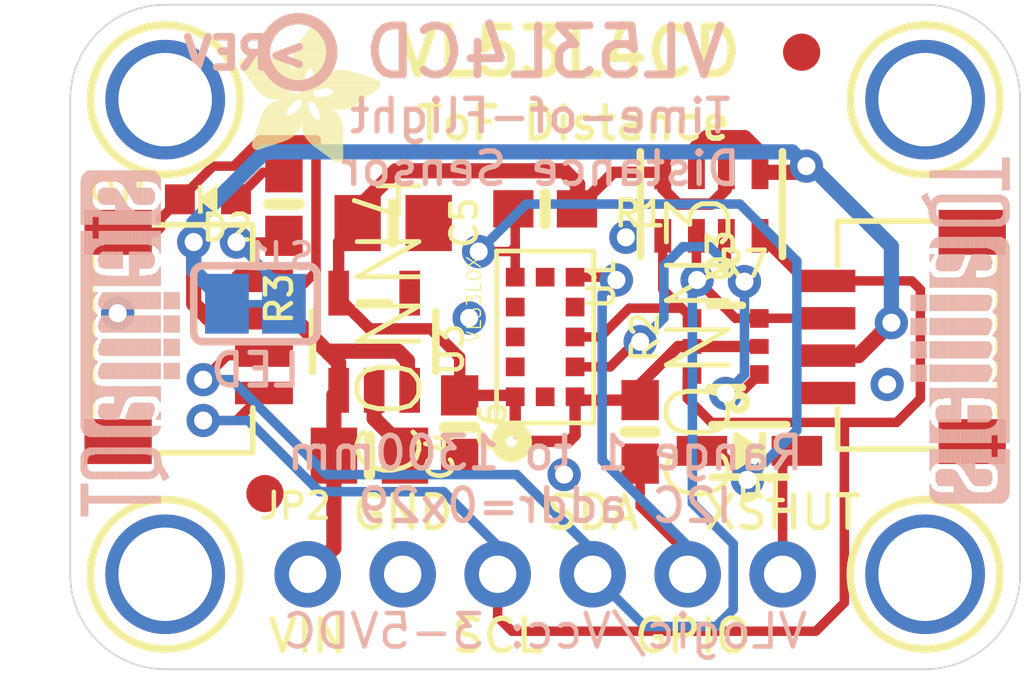
<source format=kicad_pcb>
(kicad_pcb (version 20211014) (generator pcbnew)
  (layers (0 "F.Cu" signal) (31 "B.Cu" signal) (34 "B.Paste" user) (35 "F.Paste" user) (36 "B.SilkS" user "B.Silkscreen") (37 "F.SilkS" user "F.Silkscreen") (38 "B.Mask" user) (39 "F.Mask" user) (44 "Edge.Cuts" user))
  (net 0 "")
  (net 1 "SDA")
  (net 2 "SCL")
  (net 3 "GND")
  (net 4 "GPIO")
  (net 5 "XSHUT")
  (net 6 "XSHUT_2.8V")
  (net 7 "2.8V")
  (net 8 "SCL_3V")
  (net 9 "SDA_3V")
  (net 10 "VCC")
  (net 11 "N$1")
  (net 12 "N$2")
  (footprint "boardEagle:SOD-323" (layer "F.Cu") (at 153.9621 108.0516 180)
    (fp_text reference "D1" (at -1.1 -1) (layer "F.SilkS") (effects (font (size 0.692831 0.692831) (thickness 0.119969)) (justify right)))
    (fp_text value "1N4148")
    (pad "A" smd rect (at 1.27 0 180) (size 1.35 0.8) (layers "F.Cu" "F.Paste" "F.Mask") (net 6 "XSHUT_2.8V"))
    (pad "C" smd rect (at -1.27 0 180) (size 1.35 0.8) (layers "F.Cu" "F.Paste" "F.Mask") (net 5 "XSHUT"))
  )
  (footprint "boardEagle:0603-NO" (layer "F.Cu") (at 141.5161 101.4476 -90)
    (fp_text reference "R3" (at 1.778 0.127 90) (layer "F.SilkS") (effects (font (size 0.692831 0.692831) (thickness 0.119969)) (justify right)))
    (fp_text value "10K")
    (pad "1" smd rect (at -0.85 0 270) (size 1.075 1) (layers "F.Cu" "F.Paste" "F.Mask") (net 11 "N$1"))
    (pad "2" smd rect (at 0.85 0 270) (size 1.075 1) (layers "F.Cu" "F.Paste" "F.Mask") (net 12 "N$2"))
  )
  (footprint "boardEagle:1X06_ROUND_70" (layer "F.Cu") (at 148.5011 111.3536)
    (fp_text reference "JP2" (at -7.6962 -1.8288) (layer "F.SilkS") (effects (font (size 0.692831 0.692831) (thickness 0.119969)) (justify left)))
    (fp_text value "")
    (pad "1" thru_hole circle (at -6.35 0 90) (size 1.778 1.778) (drill 1) (layers *.Cu *.Mask) (net 10 "VCC"))
    (pad "2" thru_hole circle (at -3.81 0 90) (size 1.778 1.778) (drill 1) (layers *.Cu *.Mask) (net 3 "GND"))
    (pad "3" thru_hole circle (at -1.27 0 90) (size 1.778 1.778) (drill 1) (layers *.Cu *.Mask) (net 2 "SCL"))
    (pad "4" thru_hole circle (at 1.27 0 90) (size 1.778 1.778) (drill 1) (layers *.Cu *.Mask) (net 1 "SDA"))
    (pad "5" thru_hole circle (at 3.81 0 90) (size 1.778 1.778) (drill 1) (layers *.Cu *.Mask) (net 4 "GPIO"))
    (pad "6" thru_hole circle (at 6.35 0 90) (size 1.778 1.778) (drill 1) (layers *.Cu *.Mask) (net 5 "XSHUT"))
  )
  (footprint "boardEagle:FIDUCIAL_1MM" (layer "F.Cu") (at 155.3591 97.3836)
    (fp_text reference "FID4" hide)
    (fp_text value "FIDUCIAL_1MM" hide)
    (pad "1" smd roundrect (at 0 0) (size 1 1) (layers "F.Cu" "F.Mask") (roundrect_rratio 0.5))
  )
  (footprint "boardEagle:RESPACK_4X0603" (layer "F.Cu") (at 152.9461 101.4476 180)
    (fp_text reference "R7" (at -1.6 -1.6) (layer "F.SilkS") (effects (font (size 0.692831 0.692831) (thickness 0.119969)) (justify right)))
    (fp_text value "10K")
    (pad "1" smd rect (at -1.3 0.85 180) (size 0.45 0.9) (layers "F.Cu" "F.Paste" "F.Mask") (net 10 "VCC"))
    (pad "2" smd rect (at -0.4 0.85 180) (size 0.45 0.9) (layers "F.Cu" "F.Paste" "F.Mask") (net 7 "2.8V"))
    (pad "3" smd rect (at 0.4 0.85 180) (size 0.45 0.9) (layers "F.Cu" "F.Paste" "F.Mask") (net 10 "VCC"))
    (pad "4" smd rect (at 1.3 0.85 180) (size 0.45 0.9) (layers "F.Cu" "F.Paste" "F.Mask") (net 7 "2.8V"))
    (pad "5" smd rect (at 1.3 -0.85 180) (size 0.45 0.9) (layers "F.Cu" "F.Paste" "F.Mask") (net 9 "SDA_3V"))
    (pad "6" smd rect (at 0.4 -0.85 180) (size 0.45 0.9) (layers "F.Cu" "F.Paste" "F.Mask") (net 1 "SDA"))
    (pad "7" smd rect (at -0.4 -0.85 180) (size 0.45 0.9) (layers "F.Cu" "F.Paste" "F.Mask") (net 8 "SCL_3V"))
    (pad "8" smd rect (at -1.3 -0.85 180) (size 0.45 0.9) (layers "F.Cu" "F.Paste" "F.Mask") (net 2 "SCL"))
  )
  (footprint "boardEagle:CHIPLED_0603_NOOUTLINE" (layer "F.Cu") (at 139.4841 101.3206 90)
    (fp_text reference "D2" (at -0.762 1.27) (layer "F.SilkS") (effects (font (size 0.692831 0.692831) (thickness 0.119969)) (justify right)))
    (fp_text value "GREEN")
    (pad "A" smd rect (at 0 0.75 90) (size 0.8 0.8) (layers "F.Cu" "F.Paste" "F.Mask") (net 11 "N$1"))
    (pad "C" smd rect (at 0 -0.75 90) (size 0.8 0.8) (layers "F.Cu" "F.Paste" "F.Mask") (net 3 "GND"))
  )
  (footprint "boardEagle:LGA12_ST" (layer "F.Cu") (at 148.5011 105.0036 -90)
    (fp_text reference "U1" (at -2.2 -1.5 90) (layer "F.SilkS") (effects (font (size 0.692831 0.692831) (thickness 0.119969)) (justify right)))
    (fp_text value "VL53L0X" (at -2.2 1.9 90) (layer "F.SilkS") (effects (font (size 0.369824 0.369824) (thickness 0.036576)) (justify right)))
    (pad "1" smd rect (at 1.6 0.8 270) (size 0.5 0.5) (layers "F.Cu" "F.Paste" "F.Mask") (net 7 "2.8V"))
    (pad "2" smd rect (at 0.8 0.8 270) (size 0.5 0.5) (layers "F.Cu" "F.Paste" "F.Mask") (net 3 "GND"))
    (pad "3" smd rect (at 0 0.8 270) (size 0.5 0.5) (layers "F.Cu" "F.Paste" "F.Mask") (net 3 "GND"))
    (pad "4" smd rect (at -0.8 0.8 270) (size 0.5 0.5) (layers "F.Cu" "F.Paste" "F.Mask") (net 3 "GND"))
    (pad "5" smd rect (at -1.6 0.8 270) (size 0.5 0.5) (layers "F.Cu" "F.Paste" "F.Mask") (net 6 "XSHUT_2.8V"))
    (pad "6" smd rect (at -1.6 0 270) (size 0.5 0.5) (layers "F.Cu" "F.Paste" "F.Mask") (net 3 "GND"))
    (pad "7" smd rect (at -1.6 -0.8 270) (size 0.5 0.5) (layers "F.Cu" "F.Paste" "F.Mask") (net 4 "GPIO"))
    (pad "8" smd rect (at -0.8 -0.8 270) (size 0.5 0.5) (layers "F.Cu" "F.Paste" "F.Mask"))
    (pad "9" smd rect (at 0 -0.8 270) (size 0.5 0.5) (layers "F.Cu" "F.Paste" "F.Mask") (net 9 "SDA_3V"))
    (pad "10" smd rect (at 0.8 -0.8 270) (size 0.5 0.5) (layers "F.Cu" "F.Paste" "F.Mask") (net 8 "SCL_3V"))
    (pad "11" smd rect (at 1.6 -0.8 270) (size 0.5 0.5) (layers "F.Cu" "F.Paste" "F.Mask") (net 7 "2.8V"))
    (pad "12" smd rect (at 1.6 0 270) (size 0.5 0.5) (layers "F.Cu" "F.Paste" "F.Mask") (net 3 "GND"))
  )
  (footprint "boardEagle:SOT363" (layer "F.Cu") (at 153.3271 105.2576 90)
    (fp_text reference "Q3" (at 1.651 -0.127 90) (layer "F.SilkS") (effects (font (size 0.692831 0.692831) (thickness 0.119969)) (justify left)))
    (fp_text value "BSS138")
    (pad "1" smd rect (at -0.75 0.9 90) (size 0.5 0.5) (layers "F.Cu" "F.Paste" "F.Mask") (net 8 "SCL_3V"))
    (pad "2" smd rect (at 0 0.9 90) (size 0.4 0.5) (layers "F.Cu" "F.Paste" "F.Mask") (net 7 "2.8V"))
    (pad "3" smd rect (at 0.75 0.9 90) (size 0.5 0.5) (layers "F.Cu" "F.Paste" "F.Mask") (net 1 "SDA"))
    (pad "4" smd rect (at 0.75 -0.9 90) (size 0.5 0.5) (layers "F.Cu" "F.Paste" "F.Mask") (net 9 "SDA_3V"))
    (pad "5" smd rect (at 0 -0.9 90) (size 0.4 0.5) (layers "F.Cu" "F.Paste" "F.Mask") (net 7 "2.8V"))
    (pad "6" smd rect (at -0.75 -0.9 90) (size 0.5 0.5) (layers "F.Cu" "F.Paste" "F.Mask") (net 2 "SCL"))
  )
  (footprint "boardEagle:JST_SH4" (layer "F.Cu") (at 138.4681 105.0036 -90)
    (fp_text reference "CONN4" (at -4.6 -5.9 90) (layer "F.SilkS") (effects (font (size 1.647139 1.647139) (thickness 0.130861)) (justify right)))
    (fp_text value "STEMMA_I2C_QT" hide)
    (pad "1" smd rect (at -1.5 -2.514) (size 1.55 0.6) (layers "F.Cu" "F.Paste" "F.Mask") (net 3 "GND"))
    (pad "2" smd rect (at -0.5 -2.514) (size 1.55 0.6) (layers "F.Cu" "F.Paste" "F.Mask") (net 10 "VCC"))
    (pad "3" smd rect (at 0.5 -2.514) (size 1.55 0.6) (layers "F.Cu" "F.Paste" "F.Mask") (net 1 "SDA"))
    (pad "4" smd rect (at 1.5 -2.514) (size 1.55 0.6) (layers "F.Cu" "F.Paste" "F.Mask") (net 2 "SCL"))
    (pad "MT1" smd rect (at -2.8 1.386) (size 1.8 1.2) (layers "F.Cu" "F.Paste" "F.Mask") (net 3 "GND"))
    (pad "MT2" smd rect (at 2.8 1.386) (size 1.8 1.2) (layers "F.Cu" "F.Paste" "F.Mask") (net 3 "GND"))
  )
  (footprint "boardEagle:MOUNTINGHOLE_2.5_PLATED" (layer "F.Cu") (at 158.6611 111.3536)
    (fp_text reference "U$34" hide)
    (fp_text value "MOUNTINGHOLE2.5" hide)
    (pad "P$1" thru_hole circle (at 0 0) (size 3.2 3.2) (drill 2.5) (layers *.Cu *.Mask))
  )
  (footprint "boardEagle:0805-NO" (layer "F.Cu") (at 143.8021 108.1786)
    (fp_text reference "C4" (at 1.905 -0.762 90) (layer "F.SilkS") (effects (font (size 0.692831 0.692831) (thickness 0.119969)) (justify right)))
    (fp_text value "10uF")
    (pad "1" smd rect (at -0.95 0) (size 1.24 1.5) (layers "F.Cu" "F.Paste" "F.Mask") (net 10 "VCC"))
    (pad "2" smd rect (at 0.95 0) (size 1.24 1.5) (layers "F.Cu" "F.Paste" "F.Mask") (net 3 "GND"))
  )
  (footprint "boardEagle:MOUNTINGHOLE_2.5_PLATED" (layer "F.Cu") (at 138.3411 98.6536)
    (fp_text reference "U$30" hide)
    (fp_text value "MOUNTINGHOLE2.5" hide)
    (pad "P$1" thru_hole circle (at 0 0) (size 3.2 3.2) (drill 2.5) (layers *.Cu *.Mask))
  )
  (footprint "boardEagle:0805-NO" (layer "F.Cu") (at 144.4371 101.9556)
    (fp_text reference "C5" (at 1.905 -0.762 90) (layer "F.SilkS") (effects (font (size 0.692831 0.692831) (thickness 0.119969)) (justify right)))
    (fp_text value "10uF")
    (pad "1" smd rect (at -0.95 0) (size 1.24 1.5) (layers "F.Cu" "F.Paste" "F.Mask") (net 7 "2.8V"))
    (pad "2" smd rect (at 0.95 0) (size 1.24 1.5) (layers "F.Cu" "F.Paste" "F.Mask") (net 3 "GND"))
  )
  (footprint "boardEagle:MOUNTINGHOLE_2.5_PLATED" (layer "F.Cu") (at 158.6611 98.6536)
    (fp_text reference "U$31" hide)
    (fp_text value "MOUNTINGHOLE2.5" hide)
    (pad "P$1" thru_hole circle (at 0 0) (size 3.2 3.2) (drill 2.5) (layers *.Cu *.Mask))
  )
  (footprint "boardEagle:0603-NO" (layer "F.Cu") (at 146.2151 107.4166 -90)
    (fp_text reference "C6" (at -0.762 -0.889 90) (layer "F.SilkS") (effects (font (size 0.692831 0.692831) (thickness 0.119969)) (justify right)))
    (fp_text value "0.1uF")
    (pad "1" smd rect (at -0.85 0 270) (size 1.075 1) (layers "F.Cu" "F.Paste" "F.Mask") (net 7 "2.8V"))
    (pad "2" smd rect (at 0.85 0 270) (size 1.075 1) (layers "F.Cu" "F.Paste" "F.Mask") (net 3 "GND"))
  )
  (footprint "boardEagle:0603-NO" (layer "F.Cu") (at 151.0411 107.5436 90)
    (fp_text reference "R2" (at 1.778 0.127 90) (layer "F.SilkS") (effects (font (size 0.692831 0.692831) (thickness 0.119969)) (justify left)))
    (fp_text value "10K")
    (pad "1" smd rect (at -0.85 0 90) (size 1.075 1) (layers "F.Cu" "F.Paste" "F.Mask") (net 4 "GPIO"))
    (pad "2" smd rect (at 0.85 0 90) (size 1.075 1) (layers "F.Cu" "F.Paste" "F.Mask") (net 7 "2.8V"))
  )
  (footprint "boardEagle:ADAFRUIT_3.5MM" (layer "F.Cu") (at 140.2969 100.3554)
    (fp_text reference "U$36" hide)
    (fp_text value "" hide)
  )
  (footprint "boardEagle:SOT23-5" (layer "F.Cu") (at 143.9291 105.1306)
    (fp_text reference "U3" (at 2.032 -0.562 90) (layer "F.SilkS") (effects (font (size 0.692831 0.692831) (thickness 0.119969)) (justify right)))
    (fp_text value "LP5907-2.8")
    (pad "1" smd rect (at -0.95 1.3001) (size 0.55 1.2) (layers "F.Cu" "F.Paste" "F.Mask") (net 10 "VCC"))
    (pad "2" smd rect (at 0 1.3001) (size 0.55 1.2) (layers "F.Cu" "F.Paste" "F.Mask") (net 3 "GND"))
    (pad "3" smd rect (at 0.95 1.3001) (size 0.55 1.2) (layers "F.Cu" "F.Paste" "F.Mask") (net 10 "VCC"))
    (pad "4" smd rect (at 0.95 -1.3001) (size 0.55 1.2) (layers "F.Cu" "F.Paste" "F.Mask"))
    (pad "5" smd rect (at -0.95 -1.3001) (size 0.55 1.2) (layers "F.Cu" "F.Paste" "F.Mask") (net 7 "2.8V"))
  )
  (footprint "boardEagle:JST_SH4" (layer "F.Cu") (at 158.5341 105.0036 90)
    (fp_text reference "CONN3" (at -4.6 -5.9 90) (layer "F.SilkS") (effects (font (size 1.647139 1.647139) (thickness 0.130861)) (justify left)))
    (fp_text value "STEMMA_I2C_QT" hide)
    (pad "1" smd rect (at -1.5 -2.514 180) (size 1.55 0.6) (layers "F.Cu" "F.Paste" "F.Mask") (net 3 "GND"))
    (pad "2" smd rect (at -0.5 -2.514 180) (size 1.55 0.6) (layers "F.Cu" "F.Paste" "F.Mask") (net 10 "VCC"))
    (pad "3" smd rect (at 0.5 -2.514 180) (size 1.55 0.6) (layers "F.Cu" "F.Paste" "F.Mask") (net 1 "SDA"))
    (pad "4" smd rect (at 1.5 -2.514 180) (size 1.55 0.6) (layers "F.Cu" "F.Paste" "F.Mask") (net 2 "SCL"))
    (pad "MT1" smd rect (at -2.8 1.386 180) (size 1.8 1.2) (layers "F.Cu" "F.Paste" "F.Mask") (net 3 "GND"))
    (pad "MT2" smd rect (at 2.8 1.386 180) (size 1.8 1.2) (layers "F.Cu" "F.Paste" "F.Mask") (net 3 "GND"))
  )
  (footprint "boardEagle:FIDUCIAL_1MM" (layer "F.Cu") (at 141.0081 109.1946)
    (fp_text reference "FID1" hide)
    (fp_text value "FIDUCIAL_1MM" hide)
    (pad "1" smd roundrect (at 0 0) (size 1 1) (layers "F.Cu" "F.Mask") (roundrect_rratio 0.5))
  )
  (footprint "boardEagle:0603-NO" (layer "F.Cu") (at 148.5011 101.5746)
    (fp_text reference "R1" (at 1.778 0.127) (layer "F.SilkS") (effects (font (size 0.692831 0.692831) (thickness 0.119969)) (justify left)))
    (fp_text value "10K")
    (pad "1" smd rect (at -0.85 0) (size 1.075 1) (layers "F.Cu" "F.Paste" "F.Mask") (net 6 "XSHUT_2.8V"))
    (pad "2" smd rect (at 0.85 0) (size 1.075 1) (layers "F.Cu" "F.Paste" "F.Mask") (net 7 "2.8V"))
  )
  (footprint "boardEagle:MOUNTINGHOLE_2.5_PLATED" (layer "F.Cu") (at 138.3411 111.3536)
    (fp_text reference "U$33" hide)
    (fp_text value "MOUNTINGHOLE2.5" hide)
    (pad "P$1" thru_hole circle (at 0 0) (size 3.2 3.2) (drill 2.5) (layers *.Cu *.Mask))
  )
  (footprint "boardEagle:STEMMAQT" (layer "B.Cu") (at 138.7221 100.5586 -90)
    (fp_text reference "U$39" hide)
    (fp_text value "" hide)
  )
  (footprint "boardEagle:PCBFEAT-REV-040" (layer "B.Cu") (at 141.8971 97.3836 180)
    (fp_text reference "U$37" hide)
    (fp_text value "" hide)
    (fp_text user ">REV" (at -0.3556 -0.508) (layer "B.SilkS") (effects (font (size 0.8128 0.8128) (thickness 0.2032)) (justify left bottom mirror)))
  )
  (footprint "boardEagle:STEMMAQT" (layer "B.Cu") (at 158.2801 109.4486 90)
    (fp_text reference "U$38" hide)
    (fp_text value "" hide)
  )
  (footprint "boardEagle:SOLDERJUMPER_CLOSEDWIRE" (layer "B.Cu") (at 140.7541 104.1146 180)
    (fp_text reference "SJ1" (at -1.651 1.27) (layer "B.SilkS") (effects (font (size 0.692831 0.692831) (thickness 0.119969)) (justify left mirror)))
    (fp_text value "")
    (pad "1" smd rect (at -0.762 0 180) (size 1.1684 1.6002) (layers "B.Cu") (net 12 "N$2"))
    (pad "2" smd rect (at 0.762 0 180) (size 1.1684 1.6002) (layers "B.Cu") (net 10 "VCC"))
    (pad "WIRE" smd rect (at 0 0) (size 0.635 0.2032) (layers "B.Cu"))
  )
  (gr_line (start 135.8011 98.6536) (end 135.8011 111.3536) (layer "Edge.Cuts") (width 0.05))
  (gr_arc (start 158.6611 96.1136) (mid 160.457151 96.857549) (end 161.2011 98.6536) (layer "Edge.Cuts") (width 0.05))
  (gr_arc (start 135.8011 98.6536) (mid 136.545049 96.857549) (end 138.3411 96.1136) (layer "Edge.Cuts") (width 0.05))
  (gr_line (start 161.2011 111.3536) (end 161.2011 98.6536) (layer "Edge.Cuts") (width 0.05))
  (gr_line (start 158.6611 96.1136) (end 138.3411 96.1136) (layer "Edge.Cuts") (width 0.05))
  (gr_arc (start 138.3411 113.8936) (mid 136.545049 113.149651) (end 135.8011 111.3536) (layer "Edge.Cuts") (width 0.05))
  (gr_arc (start 161.2011 111.3536) (mid 160.457151 113.149651) (end 158.6611 113.8936) (layer "Edge.Cuts") (width 0.05))
  (gr_line (start 138.3411 113.8936) (end 158.6611 113.8936) (layer "Edge.Cuts") (width 0.05))
  (gr_text "Time-of-Flight\nDistance Sensor" (at 148.3741 99.7966) (layer "B.SilkS") (effects (font (size 0.87376 0.87376) (thickness 0.14224)) (justify mirror)))
  (gr_text "VL53L4CD" (at 148.5011 97.3836) (layer "B.SilkS") (effects (font (size 1.31064 1.31064) (thickness 0.21336)) (justify mirror)))
  (gr_text "Range 1 to 1300mm\nI2C addr=0x29" (at 148.5011 108.8136) (layer "B.SilkS") (effects (font (size 0.87376 0.87376) (thickness 0.14224)) (justify mirror)))
  (gr_text "LED" (at 140.7541 105.8926) (layer "B.SilkS") (effects (font (size 0.87376 0.87376) (thickness 0.14224)) (justify mirror)))
  (gr_text "VLogic/Vcc: 3-5VDC" (at 148.5011 112.8776) (layer "B.SilkS") (effects (font (size 0.89408 0.89408) (thickness 0.12192)) (justify mirror)))
  (gr_text "VIN" (at 142.1511 113.0046) (layer "F.SilkS") (effects (font (size 0.87376 0.87376) (thickness 0.14224))))
  (gr_text "VL53L4CD" (at 149.1361 97.3836) (layer "F.SilkS") (effects (font (size 1.25222 1.25222) (thickness 0.22098))))
  (gr_text "XSHUT" (at 154.8511 109.7026) (layer "F.SilkS") (effects (font (size 0.87376 0.87376) (thickness 0.14224))))
  (gr_text "SCL" (at 147.2311 113.0046) (layer "F.SilkS") (effects (font (size 0.87376 0.87376) (thickness 0.14224))))
  (gr_text "GND" (at 144.6911 109.7026) (layer "F.SilkS") (effects (font (size 0.87376 0.87376) (thickness 0.14224))))
  (gr_text "ToF Distance" (at 149.2631 99.2886) (layer "F.SilkS") (effects (font (size 0.8636 0.8636) (thickness 0.1524))))
  (gr_text "on" (at 136.1821 101.4476) (layer "F.SilkS") (effects (font (size 0.89408 0.89408) (thickness 0.12192)) (justify left bottom)))
  (gr_text "GPIO" (at 152.4381 113.0046) (layer "F.SilkS") (effects (font (size 0.87376 0.87376) (thickness 0.14224))))
  (gr_text "SDA" (at 149.7711 109.7026) (layer "F.SilkS") (effects (font (size 0.87376 0.87376) (thickness 0.14224))))
  (segment (start 154.2311 104.5036) (end 156.0201 104.5036) (width 0.254) (layer "F.Cu") (net 1))
  (segment (start 152.5461 102.2976) (end 152.5461 103.4606) (width 0.254) (layer "F.Cu") (net 1))
  (segment (start 152.5651 103.4796) (end 153.5891 104.5036) (width 0.254) (layer "F.Cu") (net 1))
  (segment (start 154.2271 104.5076) (end 154.2311 104.5036) (width 0.254) (layer "F.Cu") (net 1))
  (segment (start 152.5461 103.4606) (end 152.5651 103.4796) (width 0.254) (layer "F.Cu") (net 1))
  (segment (start 140.0001 105.5036) (end 139.3571 106.1466) (width 0.254) (layer "F.Cu") (net 1))
  (segment (start 140.9821 105.5036) (end 140.0001 105.5036) (width 0.254) (layer "F.Cu") (net 1))
  (segment (start 153.5891 104.5036) (end 154.2311 104.5036) (width 0.254) (layer "F.Cu") (net 1))
  (via (at 152.5651 103.4796) (size 0.889) (drill 0.4826) (layers "F.Cu" "B.Cu") (net 1))
  (via (at 139.3571 106.1466) (size 0.889) (drill 0.4826) (layers "F.Cu" "B.Cu") (net 1))
  (segment (start 142.6591 108.6866) (end 147.7391 108.6866) (width 0.254) (layer "B.Cu") (net 1))
  (segment (start 152.5651 103.4796) (end 152.5651 103.7336) (width 0.254) (layer "B.Cu") (net 1))
  (segment (start 149.7711 110.7186) (end 149.7711 111.3536) (width 0.254) (layer "B.Cu") (net 1))
  (segment (start 149.7711 111.3536) (end 151.1681 112.7506) (width 0.254) (layer "B.Cu") (net 1))
  (segment (start 153.0731 112.7506) (end 153.5303 112.2934) (width 0.254) (layer "B.Cu") (net 1))
  (segment (start 152.4381 103.8606) (end 152.4381 109.4486) (width 0.254) (layer "B.Cu") (net 1))
  (segment (start 152.5651 103.7336) (end 152.4381 103.8606) (width 0.254) (layer "B.Cu") (net 1))
  (segment (start 142.6591 108.6866) (end 140.1191 106.1466) (width 0.254) (layer "B.Cu") (net 1))
  (segment (start 153.5303 112.2934) (end 153.5303 110.5408) (width 0.254) (layer "B.Cu") (net 1))
  (segment (start 153.5303 110.5408) (end 152.4381 109.4486) (width 0.254) (layer "B.Cu") (net 1))
  (segment (start 147.7391 108.6866) (end 149.7711 110.7186) (width 0.254) (layer "B.Cu") (net 1))
  (segment (start 151.1681 112.7506) (end 153.0731 112.7506) (width 0.254) (layer "B.Cu") (net 1))
  (segment (start 139.3571 106.1466) (end 140.1191 106.1466) (width 0.254) (layer "B.Cu") (net 1))
  (segment (start 156.5021 107.2896) (end 157.8991 107.2896) (width 0.254) (layer "F.Cu") (net 2))
  (segment (start 140.9821 106.5036) (end 140.2469 107.2388) (width 0.254) (layer "F.Cu") (net 2))
  (segment (start 152.9461 107.2896) (end 156.5021 107.2896) (width 0.254) (layer "F.Cu") (net 2))
  (segment (start 155.7401 112.8776) (end 147.6121 112.8776) (width 0.254) (layer "F.Cu") (net 2))
  (segment (start 152.4271 106.0076) (end 152.3001 106.1346) (width 0.254) (layer "F.Cu") (net 2))
  (segment (start 152.3001 106.6436) (end 152.9461 107.2896) (width 0.254) (layer "F.Cu") (net 2))
  (segment (start 147.2311 112.4966) (end 147.2311 111.3536) (width 0.254) (layer "F.Cu") (net 2))
  (segment (start 156.5021 107.2896) (end 156.5021 112.1156) (width 0.254) (layer "F.Cu") (net 2))
  (segment (start 152.3001 106.1346) (end 152.3001 106.6436) (width 0.254) (layer "F.Cu") (net 2))
  (segment (start 158.3041 103.5036) (end 156.0201 103.5036) (width 0.254) (layer "F.Cu") (net 2))
  (segment (start 158.5341 106.6546) (end 158.5341 103.7336) (width 0.254) (layer "F.Cu") (net 2))
  (segment (start 155.4521 103.5036) (end 156.0201 103.5036) (width 0.254) (layer "F.Cu") (net 2))
  (segment (start 147.6121 112.8776) (end 147.2311 112.4966) (width 0.254) (layer "F.Cu") (net 2))
  (segment (start 154.2461 102.2976) (end 155.4521 103.5036) (width 0.254) (layer "F.Cu") (net 2))
  (segment (start 158.5341 103.7336) (end 158.3041 103.5036) (width 0.254) (layer "F.Cu") (net 2))
  (segment (start 156.5021 112.1156) (end 155.7401 112.8776) (width 0.254) (layer "F.Cu") (net 2))
  (segment (start 140.2469 107.2388) (end 139.3571 107.2388) (width 0.254) (layer "F.Cu") (net 2))
  (segment (start 157.8991 107.2896) (end 158.5341 106.6546) (width 0.254) (layer "F.Cu") (net 2))
  (via (at 139.3571 107.2388) (size 0.889) (drill 0.4826) (layers "F.Cu" "B.Cu") (net 2))
  (segment (start 139.3571 107.2388) (end 140.564718 107.2388) (width 0.254) (layer "B.Cu") (net 2))
  (segment (start 142.469718 109.1438) (end 140.564718 107.2388) (width 0.254) (layer "B.Cu") (net 2))
  (segment (start 145.7833 109.1438) (end 147.2311 110.5916) (width 0.254) (layer "B.Cu") (net 2))
  (segment (start 142.469718 109.1438) (end 145.7833 109.1438) (width 0.254) (layer "B.Cu") (net 2))
  (segment (start 147.2311 110.5916) (end 147.2311 111.3536) (width 0.254) (layer "B.Cu") (net 2))
  (segment (start 140.2461 103.3526) (end 140.8311 103.3526) (width 0.254) (layer "F.Cu") (net 3))
  (segment (start 143.9291 106.4307) (end 143.9291 107.184438) (width 0.4064) (layer "F.Cu") (net 3))
  (segment (start 142.3739 103.2568) (end 142.0241 103.6066) (width 0.254) (layer "F.Cu") (net 3))
  (segment (start 138.2141 102.0826) (end 138.0931 102.2036) (width 0.254) (layer "F.Cu") (net 3))
  (segment (start 144.7521 108.007438) (end 144.7521 108.1786) (width 0.4064) (layer "F.Cu") (net 3))
  (segment (start 138.0931 102.2036) (end 137.0821 102.2036) (width 0.254) (layer "F.Cu") (net 3))
  (segment (start 140.5001 103.6066) (end 140.2461 103.3526) (width 0.254) (layer "F.Cu") (net 3))
  (segment (start 142.0241 103.6066) (end 140.5001 103.6066) (width 0.254) (layer "F.Cu") (net 3))
  (segment (start 138.7341 101.3206) (end 139.6231 100.4316) (width 0.254) (layer "F.Cu") (net 3))
  (segment (start 140.879325 99.7299) (end 142.3739 99.7299) (width 0.254) (layer "F.Cu") (net 3))
  (segment (start 138.7341 101.3206) (end 138.2141 101.8406) (width 0.254) (layer "F.Cu") (net 3))
  (segment (start 138.2141 101.8406) (end 138.2141 102.0826) (width 0.254) (layer "F.Cu") (net 3))
  (segment (start 142.3739 99.7299) (end 142.3739 103.2568) (width 0.254) (layer "F.Cu") (net 3))
  (segment (start 139.6231 100.4316) (end 140.177625 100.4316) (width 0.254) (layer "F.Cu") (net 3))
  (segment (start 140.177625 100.4316) (end 140.879325 99.7299) (width 0.254) (layer "F.Cu") (net 3))
  (segment (start 143.9291 107.184438) (end 144.7521 108.007438) (width 0.4064) (layer "F.Cu") (net 3))
  (segment (start 140.8311 103.3526) (end 140.9821 103.5036) (width 0.254) (layer "F.Cu") (net 3))
  (via (at 149.0091 108.6866) (size 0.889) (drill 0.4826) (layers "F.Cu" "B.Cu") (net 3))
  (via (at 157.6451 106.2736) (size 0.889) (drill 0.4826) (layers "F.Cu" "B.Cu") (net 3))
  (via (at 137.0711 104.3686) (size 0.889) (drill 0.4826) (layers "F.Cu" "B.Cu") (net 3))
  (via (at 146.4691 104.4956) (size 0.889) (drill 0.4826) (layers "F.Cu" "B.Cu") (net 3))
  (via (at 150.6601 102.3366) (size 0.889) (drill 0.4826) (layers "F.Cu" "B.Cu") (net 3))
  (segment (start 151.0411 108.3936) (end 151.0411 109.5366) (width 0.254) (layer "F.Cu") (net 4))
  (segment (start 149.3011 103.4036) (end 150.3301 103.4036) (width 0.254) (layer "F.Cu") (net 4))
  (segment (start 152.3111 110.8066) (end 151.0411 109.5366) (width 0.254) (layer "F.Cu") (net 4))
  (segment (start 152.3111 110.8066) (end 152.3111 111.3536) (width 0.254) (layer "F.Cu") (net 4))
  (segment (start 150.3301 103.4036) (end 150.4061 103.4796) (width 0.254) (layer "F.Cu") (net 4))
  (via (at 150.4061 103.4796) (size 0.889) (drill 0.4826) (layers "F.Cu" "B.Cu") (net 4))
  (segment (start 150.4061 103.4796) (end 150.0251 103.8606) (width 0.254) (layer "B.Cu") (net 4))
  (segment (start 150.0251 103.8606) (end 150.0251 108.3056) (width 0.254) (layer "B.Cu") (net 4))
  (segment (start 150.0251 108.3056) (end 152.3111 110.5916) (width 0.254) (layer "B.Cu") (net 4))
  (segment (start 152.3111 110.5916) (end 152.3111 111.3536) (width 0.254) (layer "B.Cu") (net 4))
  (segment (start 154.8511 108.4326) (end 155.2321 108.0516) (width 0.254) (layer "F.Cu") (net 5))
  (segment (start 154.8511 111.3536) (end 154.8511 108.4326) (width 0.254) (layer "F.Cu") (net 5))
  (segment (start 147.7011 102.5906) (end 147.7011 101.6246) (width 0.254) (layer "F.Cu") (net 6))
  (segment (start 147.7011 103.4036) (end 147.7011 102.5906) (width 0.254) (layer "F.Cu") (net 6))
  (segment (start 147.7011 102.5906) (end 147.5741 102.7176) (width 0.254) (layer "F.Cu") (net 6))
  (segment (start 147.5741 102.7176) (end 146.7231 102.7176) (width 0.254) (layer "F.Cu") (net 6))
  (segment (start 153.1347 108.0516) (end 152.6921 108.0516) (width 0.254) (layer "F.Cu") (net 6))
  (segment (start 147.7011 101.6246) (end 147.6511 101.5746) (width 0.254) (layer "F.Cu") (net 6))
  (segment (start 153.9094 108.8263) (end 153.1347 108.0516) (width 0.254) (layer "F.Cu") (net 6))
  (via (at 146.7231 102.7176) (size 0.889) (drill 0.4826) (layers "F.Cu" "B.Cu") (net 6))
  (via (at 153.9094 108.8263) (size 0.889) (drill 0.4826) (layers "F.Cu" "B.Cu") (net 6))
  (segment (start 153.7081 101.4476) (end 155.2321 102.9716) (width 0.254) (layer "B.Cu") (net 6))
  (segment (start 155.2321 107.5036) (end 153.9094 108.8263) (width 0.254) (layer "B.Cu") (net 6))
  (segment (start 146.7231 102.7176) (end 147.9931 101.4476) (width 0.254) (layer "B.Cu") (net 6))
  (segment (start 147.9931 101.4476) (end 153.7081 101.4476) (width 0.254) (layer "B.Cu") (net 6))
  (segment (start 155.2321 102.9716) (end 155.2321 107.5036) (width 0.254) (layer "B.Cu") (net 6))
  (segment (start 152.9461 101.4476) (end 152.0571 101.4476) (width 0.3048) (layer "F.Cu") (net 7))
  (segment (start 142.9791 103.8305) (end 142.9791 102.4636) (width 0.3048) (layer "F.Cu") (net 7))
  (segment (start 150.3281 100.5976) (end 151.6461 100.5976) (width 0.3048) (layer "F.Cu") (net 7))
  (segment (start 144.5031 100.5586) (end 143.4871 101.5746) (width 0.4064) (layer "F.Cu") (net 7))
  (segment (start 143.8077 104.7861) (end 145.4531 104.7861) (width 0.3048) (layer "F.Cu") (net 7))
  (segment (start 147.7011 107.5056) (end 147.9931 107.7976) (width 0.3048) (layer "F.Cu") (net 7))
  (segment (start 150.9141 106.4006) (end 150.9141 106.6936) (width 0.3048) (layer "F.Cu") (net 7))
  (segment (start 150.9141 106.6936) (end 151.0411 106.6936) (width 0.3048) (layer "F.Cu") (net 7))
  (segment (start 152.4271 105.2576) (end 154.2271 105.2576) (width 0.3048) (layer "F.Cu") (net 7))
  (segment (start 153.3461 100.5976) (end 153.3461 101.0476) (width 0.3048) (layer "F.Cu") (net 7))
  (segment (start 145.4531 104.7861) (end 146.2151 105.5481) (width 0.3048) (layer "F.Cu") (net 7))
  (segment (start 153.3461 101.0476) (end 152.9461 101.4476) (width 0.3048) (layer "F.Cu") (net 7))
  (segment (start 149.3706 100.9201) (end 149.3706 101.5551) (width 0.4064) (layer "F.Cu") (net 7))
  (segment (start 151.6461 101.0366) (end 151.6461 100.5976) (width 0.3048) (layer "F.Cu") (net 7))
  (segment (start 149.3011 107.6326) (end 149.3011 106.6036) (width 0.3048) (layer "F.Cu") (net 7))
  (segment (start 144.5031 100.5586) (end 149.0091 100.5586) (width 0.4064) (layer "F.Cu") (net 7))
  (segment (start 142.9791 102.4636) (end 143.4871 101.9556) (width 0.3048) (layer "F.Cu") (net 7))
  (segment (start 149.3511 101.5746) (end 149.3706 101.5551) (width 0.3048) (layer "F.Cu") (net 7))
  (segment (start 149.1361 107.7976) (end 149.3011 107.6326) (width 0.3048) (layer "F.Cu") (net 7))
  (segment (start 146.2151 105.5481) (end 146.2151 106.5666) (width 0.3048) (layer "F.Cu") (net 7))
  (segment (start 152.0571 101.4476) (end 151.6461 101.0366) (width 0.3048) (layer "F.Cu") (net 7))
  (segment (start 149.3011 106.6036) (end 149.3911 106.6936) (width 0.3048) (layer "F.Cu") (net 7))
  (segment (start 146.2151 106.5666) (end 147.6641 106.5666) (width 0.3048) (layer "F.Cu") (net 7))
  (segment (start 147.6641 106.5666) (end 147.7011 106.6036) (width 0.3048) (layer "F.Cu") (net 7))
  (segment (start 147.7011 106.6036) (end 147.7011 107.5056) (width 0.3048) (layer "F.Cu") (net 7))
  (segment (start 149.3706 101.5551) (end 150.3281 100.5976) (width 0.3048) (layer "F.Cu") (net 7))
  (segment (start 142.9791 103.8305) (end 142.9791 103.9575) (width 0.3048) (layer "F.Cu") (net 7))
  (segment (start 147.9931 107.7976) (end 149.1361 107.7976) (width 0.3048) (layer "F.Cu") (net 7))
  (segment (start 152.4271 105.2576) (end 152.0571 105.2576) (width 0.3048) (layer "F.Cu") (net 7))
  (segment (start 149.3911 106.6936) (end 150.9141 106.6936) (width 0.3048) (layer "F.Cu") (net 7))
  (segment (start 149.0091 100.5586) (end 149.3706 100.9201) (width 0.4064) (layer "F.Cu") (net 7))
  (segment (start 143.8077 104.7861) (end 142.9791 103.9575) (width 0.3048) (layer "F.Cu") (net 7))
  (segment (start 152.0571 105.2576) (end 150.9141 106.4006) (width 0.3048) (layer "F.Cu") (net 7))
  (segment (start 143.4871 101.9556) (end 143.4871 101.5746) (width 0.4064) (layer "F.Cu") (net 7))
  (segment (start 153.3461 102.2976) (end 153.3461 103.038007) (width 0.254) (layer "F.Cu") (net 8))
  (segment (start 150.2411 105.8036) (end 150.9141 105.1306) (width 0.254) (layer "F.Cu") (net 8))
  (segment (start 153.7198 106.5149) (end 154.2271 106.0076) (width 0.254) (layer "F.Cu") (net 8))
  (segment (start 149.3011 105.8036) (end 150.2411 105.8036) (width 0.254) (layer "F.Cu") (net 8))
  (segment (start 150.9141 105.1306) (end 151.0411 105.1306) (width 0.254) (layer "F.Cu") (net 8))
  (segment (start 153.3271 106.5149) (end 153.7198 106.5149) (width 0.254) (layer "F.Cu") (net 8))
  (segment (start 153.3461 103.038007) (end 153.830393 103.5223) (width 0.254) (layer "F.Cu") (net 8))
  (via (at 153.3271 106.5149) (size 0.889) (drill 0.4826) (layers "F.Cu" "B.Cu") (net 8))
  (via (at 151.0411 105.1306) (size 0.889) (drill 0.4826) (layers "F.Cu" "B.Cu") (net 8))
  (via (at 153.830393 103.5223) (size 0.889) (drill 0.4826) (layers "F.Cu" "B.Cu") (net 8))
  (segment (start 151.6761 103.0986) (end 152.1841 102.5906) (width 0.254) (layer "B.Cu") (net 8))
  (segment (start 151.6761 103.0986) (end 151.6761 104.4956) (width 0.254) (layer "B.Cu") (net 8))
  (segment (start 153.830393 103.5223) (end 153.830393 106.011607) (width 0.254) (layer "B.Cu") (net 8))
  (segment (start 152.898693 102.5906) (end 153.830393 103.5223) (width 0.254) (layer "B.Cu") (net 8))
  (segment (start 153.830393 106.011607) (end 153.3271 106.5149) (width 0.254) (layer "B.Cu") (net 8))
  (segment (start 151.0411 105.1306) (end 151.6761 104.4956) (width 0.254) (layer "B.Cu") (net 8))
  (segment (start 152.1841 102.5906) (end 152.898693 102.5906) (width 0.254) (layer "B.Cu") (net 8))
  (segment (start 152.1541 104.2346) (end 152.4271 104.5076) (width 0.254) (layer "F.Cu") (net 9))
  (segment (start 151.6461 103.7266) (end 152.1541 104.2346) (width 0.254) (layer "F.Cu") (net 9))
  (segment (start 149.3011 105.0036) (end 149.977693 105.0036) (width 0.254) (layer "F.Cu") (net 9))
  (segment (start 150.746693 104.2346) (end 152.1541 104.2346) (width 0.254) (layer "F.Cu") (net 9))
  (segment (start 151.6461 102.2976) (end 151.6461 103.7266) (width 0.254) (layer "F.Cu") (net 9))
  (segment (start 149.977693 105.0036) (end 150.746693 104.2346) (width 0.254) (layer "F.Cu") (net 9))
  (segment (start 142.7861 105.3846) (end 144.5641 105.3846) (width 0.4064) (layer "F.Cu") (net 10))
  (segment (start 142.1511 111.3536) (end 142.8521 110.6526) (width 0.4064) (layer "F.Cu") (net 10))
  (segment (start 142.8521 106.5577) (end 142.8521 108.1786) (width 0.4064) (layer "F.Cu") (net 10))
  (segment (start 139.1031 104.1146) (end 139.4921 104.5036) (width 0.4064) (layer "F.Cu") (net 10))
  (segment (start 153.8351 99.6696) (end 154.2461 100.0806) (width 0.4064) (layer "F.Cu") (net 10))
  (segment (start 142.8521 106.5577) (end 142.9791 106.4307) (width 0.4064) (layer "F.Cu") (net 10))
  (segment (start 139.1031 102.4636) (end 139.1031 104.1146) (width 0.4064) (layer "F.Cu") (net 10))
  (segment (start 155.4861 100.4316) (end 155.3201 100.5976) (width 0.4064) (layer "F.Cu") (net 10))
  (segment (start 144.8181 105.6386) (end 144.8181 106.3697) (width 0.4064) (layer "F.Cu") (net 10))
  (segment (start 152.5461 100.5976) (end 152.5461 99.9426) (width 0.4064) (layer "F.Cu") (net 10))
  (segment (start 152.8191 99.6696) (end 153.8351 99.6696) (width 0.4064) (layer "F.Cu") (net 10))
  (segment (start 156.8784 105.5036) (end 157.7594 104.6226) (width 0.4064) (layer "F.Cu") (net 10))
  (segment (start 154.2461 100.0806) (end 154.2461 100.5976) (width 0.4064) (layer "F.Cu") (net 10))
  (segment (start 152.5461 99.9426) (end 152.8191 99.6696) (width 0.4064) (layer "F.Cu") (net 10))
  (segment (start 142.7251 105.4456) (end 142.7861 105.3846) (width 0.4064) (layer "F.Cu") (net 10))
  (segment (start 142.7251 105.4456) (end 142.9791 105.6996) (width 0.4064) (layer "F.Cu") (net 10))
  (segment (start 142.9791 106.4307) (end 142.9791 105.6996) (width 0.4064) (layer "F.Cu") (net 10))
  (segment (start 142.8521 110.6526) (end 142.8521 108.1786) (width 0.4064) (layer "F.Cu") (net 10))
  (segment (start 155.3201 100.5976) (end 154.2461 100.5976) (width 0.4064) (layer "F.Cu") (net 10))
  (segment (start 139.4921 104.5036) (end 140.9821 104.5036) (width 0.4064) (layer "F.Cu") (net 10))
  (segment (start 144.8791 106.4307) (end 144.8181 106.3697) (width 0.4064) (layer "F.Cu") (net 10))
  (segment (start 141.7831 104.5036) (end 142.7251 105.4456) (width 0.4064) (layer "F.Cu") (net 10))
  (segment (start 144.5641 105.3846) (end 144.8181 105.6386) (width 0.4064) (layer "F.Cu") (net 10))
  (segment (start 140.9821 104.5036) (end 141.7831 104.5036) (width 0.4064) (layer "F.Cu") (net 10))
  (segment (start 156.0201 105.5036) (end 156.8784 105.5036) (width 0.4064) (layer "F.Cu") (net 10))
  (via (at 139.1031 102.4636) (size 0.889) (drill 0.4826) (layers "F.Cu" "B.Cu") (net 10))
  (via (at 155.4861 100.4316) (size 0.889) (drill 0.4826) (layers "F.Cu" "B.Cu") (net 10))
  (via (at 157.7594 104.6226) (size 0.889) (drill 0.4826) (layers "F.Cu" "B.Cu") (net 10))
  (segment (start 155.1051 100.0506) (end 141.0081 100.0506) (width 0.4064) (layer "B.Cu") (net 10))
  (segment (start 141.0081 100.0506) (end 139.1031 101.9556) (width 0.4064) (layer "B.Cu") (net 10))
  (segment (start 155.4861 100.4316) (end 155.1051 100.0506) (width 0.4064) (layer "B.Cu") (net 10))
  (segment (start 157.7594 104.6226) (end 157.7594 102.5779) (width 0.4064) (layer "B.Cu") (net 10))
  (segment (start 155.6131 100.4316) (end 155.4861 100.4316) (width 0.4064) (layer "B.Cu") (net 10))
  (segment (start 139.1031 103.2256) (end 139.1031 102.4636) (width 0.4064) (layer "B.Cu") (net 10))
  (segment (start 139.1031 101.9556) (end 139.1031 102.4636) (width 0.4064) (layer "B.Cu") (net 10))
  (segment (start 157.7594 102.5779) (end 155.6131 100.4316) (width 0.4064) (layer "B.Cu") (net 10))
  (segment (start 139.9921 104.1146) (end 139.1031 103.2256) (width 0.4064) (layer "B.Cu") (net 10))
  (segment (start 140.9571 100.5976) (end 141.5161 100.5976) (width 0.254) (layer "F.Cu") (net 11))
  (segment (start 140.2341 101.3206) (end 140.9571 100.5976) (width 0.254) (layer "F.Cu") (net 11))
  (segment (start 141.3501 102.4636) (end 141.5161 102.2976) (width 0.254) (layer "F.Cu") (net 12))
  (segment (start 140.2461 102.4636) (end 141.3501 102.4636) (width 0.254) (layer "F.Cu") (net 12))
  (via (at 140.2461 102.4636) (size 0.889) (drill 0.4826) (layers "F.Cu" "B.Cu") (net 12))
  (segment (start 141.5161 104.1146) (end 141.5161 103.7336) (width 0.254) (layer "B.Cu") (net 12))
  (segment (start 141.5161 103.7336) (end 140.2461 102.4636) (width 0.254) (layer "B.Cu") (net 12))
)
</source>
